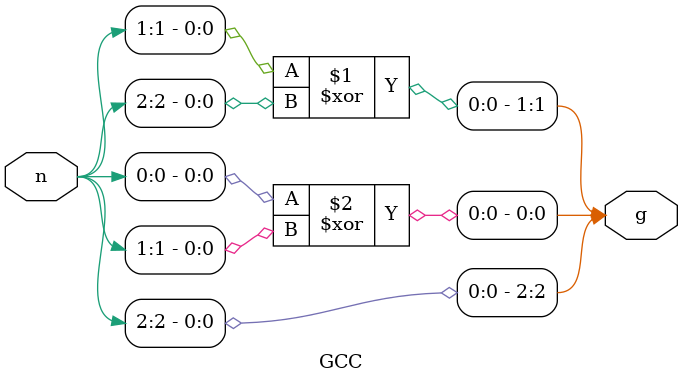
<source format=sv>
`timescale 1ns / 1ps


module GCC(n,g);
input logic[2:0]n;
output logic[2:0]g;
assign g[2]=n[2];
assign g[1]=n[1]^n[2];
assign g[0]=n[0]^n[1];
endmodule


 

</source>
